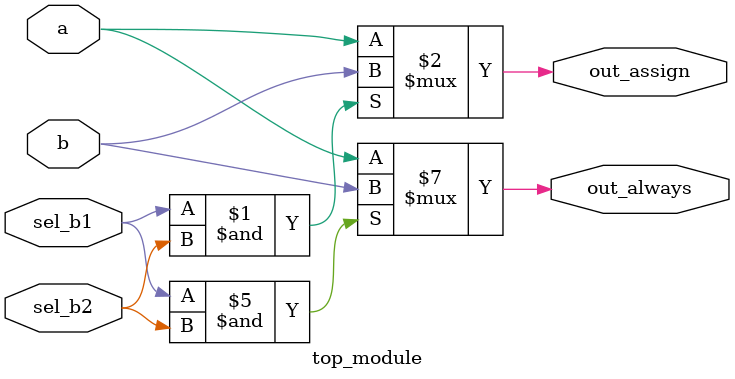
<source format=v>
module top_module(
    input a,
    input b,
    input sel_b1,
    input sel_b2,
    output wire out_assign,
    output reg out_always   ); 
    assign out_assign=sel_b1&sel_b2?b:a;
    always @ (*)
        begin
            if (sel_b1&sel_b2==1)
                begin
                    out_always=b;
                end
            else
                begin
                    out_always=a;
                end
        end

endmodule

</source>
